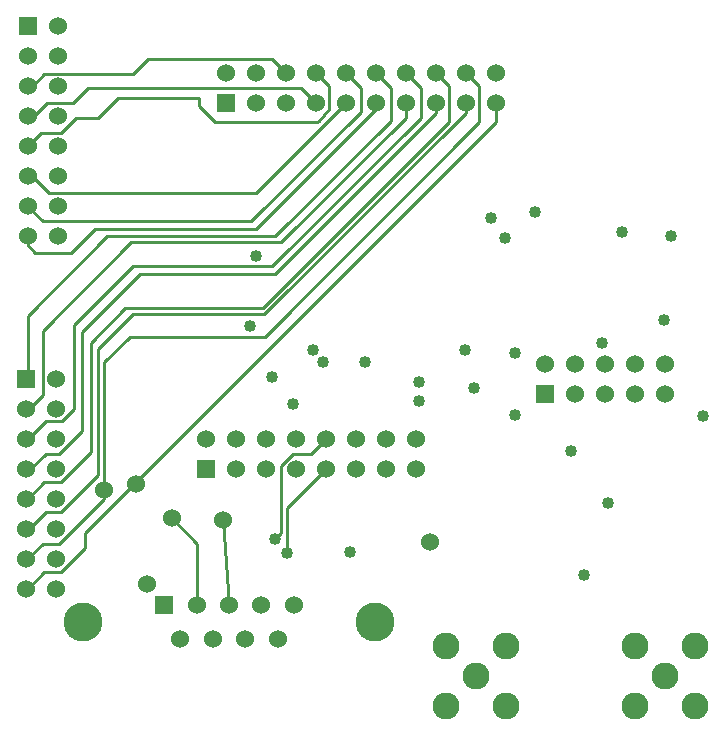
<source format=gbr>
G04 Title: RX Daughterboard, layergroup #4 *
G04 Creator: pcb-bin 1.99p *
G04 CreationDate: Thu Dec 30 23:48:06 2004 UTC *
G04 For: matt *
G04 Format: Gerber/RS-274X *
G04 PCB-Dimensions: 275000 250000 *
G04 PCB-Coordinate-Origin: lower left *
%MOIN*%
%FSLAX24Y24*%
G04 contains layers Vcc-sldr (2) *
%IPPOS*%
%ADD11C,0.0100*%
%ADD12C,0.0300*%
%ADD13R,0.0600X0.0600*%
%ADD14R,0.0660X0.0660*%
%ADD15R,0.0900X0.0900X0.0600X0.0600*%
%ADD16R,0.0900X0.0900*%
%ADD17C,0.0600*%
%ADD18C,0.0660*%
%ADD19C,0.0900X0.0600*%
%ADD20C,0.0900*%
%ADD21C,0.0125*%
%AMTHERM1*7,0,0,0.0900,0.0600,0.0125,45*%
%ADD22THERM1*%
%ADD23C,0.1300*%
%ADD24C,0.1360*%
%ADD25C,0.1600X0.1300*%
%ADD26C,0.1600*%
%ADD27C,0.0150*%
%ADD28C,0.0250*%
%ADD29C,0.0080*%
%AMTHERM2*7,0,0,0.0900,0.0600,0.0100,45*%
%ADD30THERM2*%
%ADD31C,0.0200*%
%ADD32R,0.0240X0.0240*%
%ADD33R,0.0440X0.0440*%
%ADD34R,0.0300X0.0300*%
%ADD35C,0.0060*%
%ADD36C,0.0160*%
%ADD37C,0.0460*%
%ADD38C,0.0220*%
%ADD39R,0.0160X0.0160*%
%ADD40R,0.0460X0.0460*%
%ADD41R,0.0220X0.0220*%
%ADD42C,0.0500*%
%ADD43R,0.0200X0.0200*%
%ADD44R,0.0500X0.0500*%
%ADD45R,0.0540X0.0540*%
%ADD46R,0.0650X0.0650*%
%ADD47R,0.0950X0.0950*%
%ADD48C,0.1200X0.0900*%
%ADD49C,0.1200*%
%AMTHERM3*7,0,0,0.1200,0.0900,0.0150,45*%
%ADD50THERM3*%
%ADD51C,0.0720*%
%ADD52C,0.0920X0.0720*%
%ADD53C,0.0920*%
%ADD54C,0.0240*%
%ADD55C,0.0340*%
%ADD56C,0.0119*%
%ADD57C,0.1320*%
%ADD58C,0.1100*%
%ADD59C,0.1520*%
%ADD60C,0.1520X0.1320*%
%ADD61C,0.0400*%
%ADD62C,0.0600X0.0400*%
%AMTHERM4*7,0,0,0.0600,0.0400,0.0100,45*%
%ADD63THERM4*%
%ADD64C,0.0800*%
%ADD65C,0.0800X0.0600*%
%AMTHERM5*7,0,0,0.0800,0.0600,0.0160,45*%
%ADD66THERM5*%
%LNGROUP_3*%
%LPD*%
G01X0Y0D02*
G54D11*X9550Y6600D02*X9350Y6400D01*
X9550Y8850D02*Y6600D01*
X9950Y9250D02*X9550Y8850D01*
X10550Y9250D02*X9950D01*
X11050Y9750D02*X10550Y9250D01*
X9750Y7450D02*Y6050D01*
X11050Y8750D02*X9750Y7450D01*
X6750Y6250D02*Y4250D01*
X5900Y7100D02*X6750Y6250D01*
X6730Y4210D02*X6750Y4230D01*
X7800Y4220D02*X7600Y7050D01*
X7810Y4210D02*X7800Y4220D01*
X3650Y8050D02*Y8400D01*
X1650Y5300D02*X1100Y4750D01*
X2194Y5300D02*X1650D01*
X3000Y6105D02*X2194Y5300D01*
X3000Y6600D02*Y6105D01*
X16700Y20300D02*X3000Y6600D01*
X16700Y20950D02*Y20300D01*
X1600Y6250D02*X1150Y5800D01*
X2144Y6250D02*X1600D01*
X3650Y7755D02*X2144Y6250D01*
X3650Y12300D02*Y7755D01*
X4500Y13150D02*X3650Y12300D01*
X9000Y13150D02*X4500D01*
X16150Y20300D02*X9000Y13150D01*
X16150Y21500D02*Y20300D01*
X15700Y21950D02*X16150Y21500D01*
X1700Y7300D02*X1100Y6700D01*
X2194Y7300D02*X1700D01*
X3450Y8555D02*X2194Y7300D01*
X3450Y12750D02*Y8555D01*
X4600Y13900D02*X3450Y12750D01*
X8969Y13900D02*X4600D01*
X15700Y20631D02*X8969Y13900D01*
X15700Y20950D02*Y20631D01*
X1650Y8300D02*X1100Y7750D01*
X2194Y8300D02*X1650D01*
X3200Y9305D02*X2194Y8300D01*
X3200Y12950D02*Y9305D01*
X4350Y14100D02*X3200Y12950D01*
X8928Y14100D02*X4350D01*
X15150Y20321D02*X8928Y14100D01*
X15150Y21500D02*Y20321D01*
X14700Y21950D02*X15150Y21500D01*
X1700Y9250D02*X1150Y8700D01*
X2144Y9250D02*X1700D01*
X2900Y10005D02*X2144Y9250D01*
X2900Y13300D02*Y10005D01*
X4850Y15250D02*X2900Y13300D01*
X9350Y15250D02*X4850D01*
X14700Y20600D02*X9350Y15250D01*
X14700Y20950D02*Y20600D01*
X1700Y10350D02*X1100Y9750D01*
X2244Y10350D02*X1700D01*
X2650Y10755D02*X2244Y10350D01*
X2650Y13550D02*Y10755D01*
X4600Y15500D02*X2650Y13550D01*
X9250Y15500D02*X4600D01*
X14200Y20450D02*X9250Y15500D01*
X14200Y21450D02*Y20450D01*
X13700Y21950D02*X14200Y21450D01*
X1600Y11200D02*X1100Y10700D01*
X1600Y13350D02*Y11200D01*
X4550Y16300D02*X1600Y13350D01*
X9550Y16300D02*X4550D01*
X13700Y20450D02*X9550Y16300D01*
X13700Y20950D02*Y20450D01*
X1100Y13850D02*Y11750D01*
X3750Y16500D02*X1100Y13850D01*
X9350Y16500D02*X3750D01*
X13200Y20350D02*X9350Y16500D01*
X13200Y21450D02*Y20350D01*
X12700Y21950D02*X13200Y21450D01*
X10750Y20300D02*X10800Y20350D01*
X7350Y20300D02*X10750D01*
X6800Y20850D02*X7350Y20300D01*
X6800Y21100D02*Y20850D01*
X4100Y21100D02*X6800D01*
X3450Y20450D02*X4100Y21100D01*
X2700Y20450D02*X3450D01*
X1350Y15950D02*X1100Y16200D01*
X2550Y15950D02*X1350D01*
X3350Y16750D02*X2550Y15950D01*
X8700Y16750D02*X3350D01*
X12700Y20750D02*X8700Y16750D01*
X12700Y20950D02*Y20750D01*
X1150Y17450D02*X1100D01*
X1600Y17000D02*X1150Y17450D01*
X8550Y17000D02*X1600D01*
X12200Y20650D02*X8550Y17000D01*
X12200Y21450D02*Y20650D01*
X11700Y21950D02*X12200Y21450D01*
X1350Y18400D02*X1100D01*
X1800Y17950D02*X1350Y18400D01*
X8700Y17950D02*X1800D01*
X11700Y20950D02*X8700Y17950D01*
X1550Y19950D02*X1100Y19500D01*
X2194Y19950D02*X1550D01*
X2694Y20450D02*X2194Y19950D01*
X1100Y16200D02*Y16400D01*
X11150Y20750D02*X10800Y20350D01*
X11150Y21500D02*Y20750D01*
X10700Y21950D02*X11150Y21500D01*
X1250Y20450D02*X1100D01*
X1750Y20950D02*X1250Y20450D01*
X2600Y20950D02*X1750D01*
X3100Y21450D02*X2600Y20950D01*
X10200Y21450D02*X3100D01*
X10700Y20950D02*X10200Y21450D01*
X1200D02*X1100D01*
X1650Y21900D02*X1200Y21450D01*
X4600Y21900D02*X1650D01*
X5100Y22400D02*X4600Y21900D01*
X9250Y22400D02*X5100D01*
X9700Y21950D02*X9250Y22400D01*
G54D13*X5650Y4210D03*
G54D17*X6730D03*
X7810D03*
X8890D03*
X9970D03*
X6190Y3090D03*
X7270D03*
X8350D03*
X9430D03*
G54D23*X2950Y3650D03*
X12670D03*
G54D13*X1100Y23500D03*
G54D17*X2100D03*
X1100Y22500D03*
X2100D03*
X1100Y21500D03*
X2100D03*
X1100Y20500D03*
X2100D03*
X1100Y19500D03*
X2100D03*
X1100Y18500D03*
X2100D03*
X1100Y17500D03*
X2100D03*
X1100Y16500D03*
X2100D03*
G54D13*X1050Y11750D03*
G54D17*X2050D03*
X1050Y10750D03*
X2050D03*
X1050Y9750D03*
X2050D03*
X1050Y8750D03*
X2050D03*
X1050Y7750D03*
X2050D03*
X1050Y6750D03*
X2050D03*
X1050Y5750D03*
X2050D03*
X1050Y4750D03*
X2050D03*
G54D13*X7050Y8750D03*
G54D17*Y9750D03*
X8050Y8750D03*
Y9750D03*
X9050Y8750D03*
Y9750D03*
X10050Y8750D03*
Y9750D03*
X11050Y8750D03*
Y9750D03*
X12050Y8750D03*
Y9750D03*
X13050Y8750D03*
Y9750D03*
X14050Y8750D03*
Y9750D03*
G54D20*X22350Y1850D03*
X21350Y2850D03*
X23350D03*
X21350Y850D03*
X23350D03*
X16050Y1850D03*
X15050Y2850D03*
X17050D03*
X15050Y850D03*
X17050D03*
G54D13*X18350Y11250D03*
G54D17*Y12250D03*
X19350Y11250D03*
Y12250D03*
X20350Y11250D03*
Y12250D03*
X21350Y11250D03*
Y12250D03*
X22350Y11250D03*
Y12250D03*
G54D13*X7700Y20950D03*
G54D17*Y21950D03*
X8700Y20950D03*
Y21950D03*
X9700Y20950D03*
Y21950D03*
X10700Y20950D03*
Y21950D03*
X11700Y20950D03*
Y21950D03*
X12700Y20950D03*
Y21950D03*
X13700Y20950D03*
Y21950D03*
X14700Y20950D03*
Y21950D03*
X15700Y20950D03*
Y21950D03*
X16700Y20950D03*
Y21950D03*
G54D61*X9250Y11800D03*
X22550Y16500D03*
X20900Y16650D03*
X17000Y16450D03*
X18000Y17300D03*
X20450Y7600D03*
X20250Y12950D03*
X10600Y12700D03*
X14149Y11009D03*
X16550Y17100D03*
X15679Y12730D03*
X15990Y11460D03*
X12350Y12300D03*
X9950Y10900D03*
X10950Y12300D03*
X19200Y9350D03*
X14149Y11660D03*
G54D17*X7600Y7050D03*
G54D61*X11828Y5970D03*
X8700Y15850D03*
X8500Y13500D03*
X19650Y5200D03*
X22300Y13700D03*
X17350Y12600D03*
X23600Y10500D03*
X17350Y10550D03*
G54D17*X14500Y6300D03*
X5060Y4910D03*
X3650Y8050D03*
X4700Y8250D03*
X5900Y7100D03*
G54D61*X9350Y6400D03*
X9750Y5950D03*
M02*

</source>
